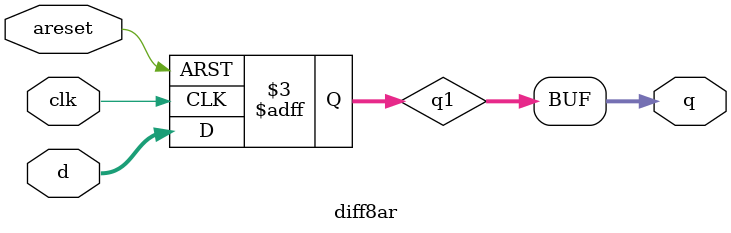
<source format=v>

module diff8ar (
    input clk,
    input areset,   // active high asynchronous reset
    input [7:0] d,
    output [7:0] q
);
    reg [7:0] q1;
    always @(posedge clk or posedge areset) begin
        if ( areset == 1'b1 ) begin
            q1<=8'h00;
        end
        else begin
            q1<=d;
        end
    end

    assign q=q1;
endmodule

</source>
